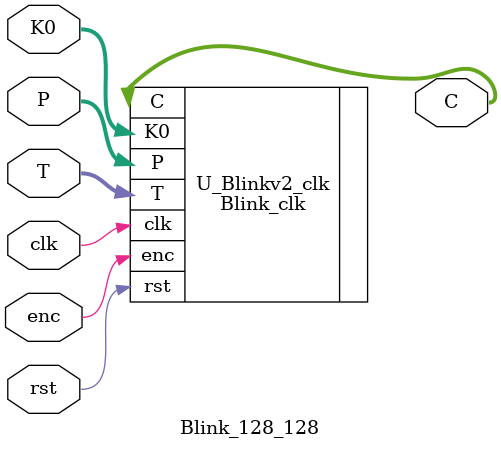
<source format=v>
`include "Blink_clk.v"
module Blink_128_128(clk, rst, enc, K0, P, T, C);
    input clk;
	input rst;
    localparam  round = 16; 
    localparam n = 128;
    localparam tweakLen = 128;
    localparam r1 = 4;
    localparam dim = 128;
    input enc;
	input [n*(round/2)-1:0] K0; 
    input [n-1:0] P;
    input [tweakLen-1:0] T; 
    output [n-1:0] C;

    Blink_clk
    U_Blinkv2_clk
    (
        .clk(clk),
        .rst(rst),       
        .enc(enc),
        .K0(K0), 
        //.K1(K1), 
        .P(P), 
        .T(T), 
        .C(C)
    );
	
endmodule
</source>
